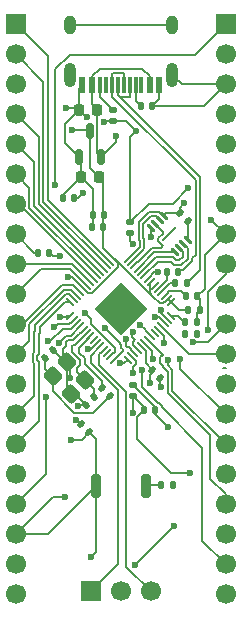
<source format=gbr>
%TF.GenerationSoftware,KiCad,Pcbnew,9.0.4*%
%TF.CreationDate,2025-10-30T00:52:22-04:00*%
%TF.ProjectId,DevBoard,44657642-6f61-4726-942e-6b696361645f,rev?*%
%TF.SameCoordinates,Original*%
%TF.FileFunction,Copper,L1,Top*%
%TF.FilePolarity,Positive*%
%FSLAX46Y46*%
G04 Gerber Fmt 4.6, Leading zero omitted, Abs format (unit mm)*
G04 Created by KiCad (PCBNEW 9.0.4) date 2025-10-30 00:52:22*
%MOMM*%
%LPD*%
G01*
G04 APERTURE LIST*
G04 Aperture macros list*
%AMRoundRect*
0 Rectangle with rounded corners*
0 $1 Rounding radius*
0 $2 $3 $4 $5 $6 $7 $8 $9 X,Y pos of 4 corners*
0 Add a 4 corners polygon primitive as box body*
4,1,4,$2,$3,$4,$5,$6,$7,$8,$9,$2,$3,0*
0 Add four circle primitives for the rounded corners*
1,1,$1+$1,$2,$3*
1,1,$1+$1,$4,$5*
1,1,$1+$1,$6,$7*
1,1,$1+$1,$8,$9*
0 Add four rect primitives between the rounded corners*
20,1,$1+$1,$2,$3,$4,$5,0*
20,1,$1+$1,$4,$5,$6,$7,0*
20,1,$1+$1,$6,$7,$8,$9,0*
20,1,$1+$1,$8,$9,$2,$3,0*%
%AMRotRect*
0 Rectangle, with rotation*
0 The origin of the aperture is its center*
0 $1 length*
0 $2 width*
0 $3 Rotation angle, in degrees counterclockwise*
0 Add horizontal line*
21,1,$1,$2,0,0,$3*%
G04 Aperture macros list end*
%TA.AperFunction,SMDPad,CuDef*%
%ADD10RoundRect,0.140000X0.140000X0.170000X-0.140000X0.170000X-0.140000X-0.170000X0.140000X-0.170000X0*%
%TD*%
%TA.AperFunction,SMDPad,CuDef*%
%ADD11RoundRect,0.140000X0.219203X0.021213X0.021213X0.219203X-0.219203X-0.021213X-0.021213X-0.219203X0*%
%TD*%
%TA.AperFunction,SMDPad,CuDef*%
%ADD12RoundRect,0.140000X-0.170000X0.140000X-0.170000X-0.140000X0.170000X-0.140000X0.170000X0.140000X0*%
%TD*%
%TA.AperFunction,SMDPad,CuDef*%
%ADD13R,0.600000X1.450000*%
%TD*%
%TA.AperFunction,SMDPad,CuDef*%
%ADD14R,0.300000X1.450000*%
%TD*%
%TA.AperFunction,HeatsinkPad*%
%ADD15O,1.000000X2.100000*%
%TD*%
%TA.AperFunction,HeatsinkPad*%
%ADD16O,1.000000X1.600000*%
%TD*%
%TA.AperFunction,SMDPad,CuDef*%
%ADD17RoundRect,0.140000X-0.140000X-0.170000X0.140000X-0.170000X0.140000X0.170000X-0.140000X0.170000X0*%
%TD*%
%TA.AperFunction,SMDPad,CuDef*%
%ADD18RoundRect,0.250000X-0.565685X0.070711X0.070711X-0.565685X0.565685X-0.070711X-0.070711X0.565685X0*%
%TD*%
%TA.AperFunction,SMDPad,CuDef*%
%ADD19RoundRect,0.150000X0.150000X-0.512500X0.150000X0.512500X-0.150000X0.512500X-0.150000X-0.512500X0*%
%TD*%
%TA.AperFunction,SMDPad,CuDef*%
%ADD20RoundRect,0.200000X-0.200000X-0.800000X0.200000X-0.800000X0.200000X0.800000X-0.200000X0.800000X0*%
%TD*%
%TA.AperFunction,SMDPad,CuDef*%
%ADD21RoundRect,0.140000X-0.219203X-0.021213X-0.021213X-0.219203X0.219203X0.021213X0.021213X0.219203X0*%
%TD*%
%TA.AperFunction,SMDPad,CuDef*%
%ADD22RoundRect,0.050000X-0.309359X0.238649X0.238649X-0.309359X0.309359X-0.238649X-0.238649X0.309359X0*%
%TD*%
%TA.AperFunction,SMDPad,CuDef*%
%ADD23RoundRect,0.050000X-0.309359X-0.238649X-0.238649X-0.309359X0.309359X0.238649X0.238649X0.309359X0*%
%TD*%
%TA.AperFunction,HeatsinkPad*%
%ADD24RotRect,3.200000X3.200000X315.000000*%
%TD*%
%TA.AperFunction,SMDPad,CuDef*%
%ADD25RoundRect,0.140000X0.170000X-0.140000X0.170000X0.140000X-0.170000X0.140000X-0.170000X-0.140000X0*%
%TD*%
%TA.AperFunction,SMDPad,CuDef*%
%ADD26RoundRect,0.225000X0.225000X0.250000X-0.225000X0.250000X-0.225000X-0.250000X0.225000X-0.250000X0*%
%TD*%
%TA.AperFunction,SMDPad,CuDef*%
%ADD27RoundRect,0.140000X0.021213X-0.219203X0.219203X-0.021213X-0.021213X0.219203X-0.219203X0.021213X0*%
%TD*%
%TA.AperFunction,ComponentPad*%
%ADD28R,1.700000X1.700000*%
%TD*%
%TA.AperFunction,ComponentPad*%
%ADD29C,1.700000*%
%TD*%
%TA.AperFunction,SMDPad,CuDef*%
%ADD30RoundRect,0.062500X-0.318198X0.229810X0.229810X-0.318198X0.318198X-0.229810X-0.229810X0.318198X0*%
%TD*%
%TA.AperFunction,HeatsinkPad*%
%ADD31RotRect,0.200000X1.600000X315.000000*%
%TD*%
%TA.AperFunction,SMDPad,CuDef*%
%ADD32RoundRect,0.140000X-0.021213X0.219203X-0.219203X0.021213X0.021213X-0.219203X0.219203X-0.021213X0*%
%TD*%
%TA.AperFunction,ViaPad*%
%ADD33C,0.600000*%
%TD*%
%TA.AperFunction,Conductor*%
%ADD34C,0.195000*%
%TD*%
%TA.AperFunction,Conductor*%
%ADD35C,0.190000*%
%TD*%
G04 APERTURE END LIST*
D10*
%TO.P,R3,1*%
%TO.N,D+*%
X104870000Y-96850000D03*
%TO.P,R3,2*%
%TO.N,Net-(U1-USB_DP)*%
X103910000Y-96850000D03*
%TD*%
D11*
%TO.P,R6,1*%
%TO.N,+3V3*%
X105669411Y-92549411D03*
%TO.P,R6,2*%
%TO.N,QSPI_SS*%
X104990589Y-91870589D03*
%TD*%
D12*
%TO.P,R2,1*%
%TO.N,Net-(J1-CC2)*%
X99330000Y-83130000D03*
%TO.P,R2,2*%
%TO.N,GND*%
X99330000Y-84090000D03*
%TD*%
D13*
%TO.P,J1,A1,GND*%
%TO.N,GND*%
X103250000Y-81045000D03*
%TO.P,J1,A4,VBUS*%
%TO.N,VBUS*%
X102450000Y-81045000D03*
D14*
%TO.P,J1,A5,CC1*%
%TO.N,Net-(J1-CC1)*%
X101250000Y-81045000D03*
%TO.P,J1,A6,D+*%
%TO.N,D+*%
X100250000Y-81045000D03*
%TO.P,J1,A7,D-*%
%TO.N,D-*%
X99750000Y-81045000D03*
%TO.P,J1,A8*%
%TO.N,N/C*%
X98750000Y-81045000D03*
D13*
%TO.P,J1,A9,VBUS*%
%TO.N,VBUS*%
X97550000Y-81045000D03*
%TO.P,J1,A12,GND*%
%TO.N,GND*%
X96750000Y-81045000D03*
%TO.P,J1,B1,GND*%
X96750000Y-81045000D03*
%TO.P,J1,B4,VBUS*%
%TO.N,VBUS*%
X97550000Y-81045000D03*
D14*
%TO.P,J1,B5,CC2*%
%TO.N,Net-(J1-CC2)*%
X98250000Y-81045000D03*
%TO.P,J1,B6,D+*%
%TO.N,D+*%
X99250000Y-81045000D03*
%TO.P,J1,B7,D-*%
%TO.N,D-*%
X100750000Y-81045000D03*
%TO.P,J1,B8*%
%TO.N,N/C*%
X101750000Y-81045000D03*
D13*
%TO.P,J1,B9,VBUS*%
%TO.N,VBUS*%
X102450000Y-81045000D03*
%TO.P,J1,B12,GND*%
%TO.N,GND*%
X103250000Y-81045000D03*
D15*
%TO.P,J1,S1,SHIELD*%
X104320000Y-80130000D03*
D16*
X104320000Y-75950000D03*
D15*
X95680000Y-80130000D03*
D16*
X95680000Y-75950000D03*
%TD*%
D17*
%TO.P,R1,1*%
%TO.N,Net-(J1-CC1)*%
X101680000Y-82810000D03*
%TO.P,R1,2*%
%TO.N,GND*%
X102640000Y-82810000D03*
%TD*%
D18*
%TO.P,Y1,1,1*%
%TO.N,Net-(C16-Pad2)*%
X94224365Y-105664365D03*
%TO.P,Y1,2,2*%
%TO.N,GND*%
X95780000Y-107220000D03*
%TO.P,Y1,3,3*%
%TO.N,XIN*%
X96982081Y-106017919D03*
%TO.P,Y1,4,4*%
%TO.N,GND*%
X95426446Y-104462284D03*
%TD*%
D17*
%TO.P,C11,1*%
%TO.N,+1V1*%
X105530000Y-98890000D03*
%TO.P,C11,2*%
%TO.N,GND*%
X106490000Y-98890000D03*
%TD*%
D10*
%TO.P,C3,1*%
%TO.N,+3V3*%
X96040000Y-90600000D03*
%TO.P,C3,2*%
%TO.N,GND*%
X95080000Y-90600000D03*
%TD*%
%TO.P,R4,1*%
%TO.N,D-*%
X105580000Y-97800000D03*
%TO.P,R4,2*%
%TO.N,Net-(U1-USB_DM)*%
X104620000Y-97800000D03*
%TD*%
%TO.P,C1,1*%
%TO.N,+3V3*%
X98580000Y-92060000D03*
%TO.P,C1,2*%
%TO.N,GND*%
X97620000Y-92060000D03*
%TD*%
D17*
%TO.P,C8,1*%
%TO.N,+3V3*%
X101960000Y-108560000D03*
%TO.P,C8,2*%
%TO.N,GND*%
X102920000Y-108560000D03*
%TD*%
D19*
%TO.P,U2,1,GND*%
%TO.N,GND*%
X96450000Y-87147500D03*
%TO.P,U2,2,VI*%
%TO.N,VBUS*%
X98350000Y-87147500D03*
%TO.P,U2,3,VO*%
%TO.N,+3V3*%
X97400000Y-84872500D03*
%TD*%
D20*
%TO.P,SW1,1,1*%
%TO.N,GND*%
X97900000Y-115000000D03*
%TO.P,SW1,2,2*%
%TO.N,Net-(R7-Pad1)*%
X102100000Y-115000000D03*
%TD*%
D21*
%TO.P,C6,1*%
%TO.N,+3V3*%
X102660589Y-105110589D03*
%TO.P,C6,2*%
%TO.N,GND*%
X103339411Y-105789411D03*
%TD*%
D22*
%TO.P,U1,1,IOVDD*%
%TO.N,+3V3*%
X99407798Y-95730843D03*
%TO.P,U1,2,GPIO0*%
%TO.N,GPIO0*%
X99124955Y-96013686D03*
%TO.P,U1,3,GPIO1*%
%TO.N,GPIO1*%
X98842113Y-96296528D03*
%TO.P,U1,4,GPIO2*%
%TO.N,GPIO2*%
X98559270Y-96579371D03*
%TO.P,U1,5,GPIO3*%
%TO.N,GPIO3*%
X98276427Y-96862214D03*
%TO.P,U1,6,GPIO4*%
%TO.N,GPIO4*%
X97993585Y-97145056D03*
%TO.P,U1,7,GPIO5*%
%TO.N,GPIO5*%
X97710742Y-97427899D03*
%TO.P,U1,8,GPIO6*%
%TO.N,GPIO6*%
X97427899Y-97710742D03*
%TO.P,U1,9,GPIO7*%
%TO.N,GPIO7*%
X97145056Y-97993585D03*
%TO.P,U1,10,IOVDD*%
%TO.N,+3V3*%
X96862214Y-98276427D03*
%TO.P,U1,11,GPIO8*%
%TO.N,GPIO8*%
X96579371Y-98559270D03*
%TO.P,U1,12,GPIO9*%
%TO.N,GPIO9*%
X96296528Y-98842113D03*
%TO.P,U1,13,GPIO10*%
%TO.N,GPIO10*%
X96013686Y-99124955D03*
%TO.P,U1,14,GPIO11*%
%TO.N,GPIO11*%
X95730843Y-99407798D03*
D23*
%TO.P,U1,15,GPIO12*%
%TO.N,GPIO12*%
X95730843Y-100592202D03*
%TO.P,U1,16,GPIO13*%
%TO.N,GPIO13*%
X96013686Y-100875045D03*
%TO.P,U1,17,GPIO14*%
%TO.N,GPIO14*%
X96296528Y-101157887D03*
%TO.P,U1,18,GPIO15*%
%TO.N,GPIO15*%
X96579371Y-101440730D03*
%TO.P,U1,19,TESTEN*%
%TO.N,GND*%
X96862214Y-101723573D03*
%TO.P,U1,20,XIN*%
%TO.N,XIN*%
X97145056Y-102006415D03*
%TO.P,U1,21,XOUT*%
%TO.N,XOUT*%
X97427899Y-102289258D03*
%TO.P,U1,22,IOVDD*%
%TO.N,+3V3*%
X97710742Y-102572101D03*
%TO.P,U1,23,DVDD*%
%TO.N,+1V1*%
X97993585Y-102854944D03*
%TO.P,U1,24,SWCLK*%
%TO.N,SWCLK*%
X98276427Y-103137786D03*
%TO.P,U1,25,SWD*%
%TO.N,SWD*%
X98559270Y-103420629D03*
%TO.P,U1,26,RUN*%
%TO.N,unconnected-(U1-RUN-Pad26)*%
X98842113Y-103703472D03*
%TO.P,U1,27,GPIO16*%
%TO.N,GPIO16*%
X99124955Y-103986314D03*
%TO.P,U1,28,GPIO17*%
%TO.N,GPIO17*%
X99407798Y-104269157D03*
D22*
%TO.P,U1,29,GPIO18*%
%TO.N,GPIO18*%
X100592202Y-104269157D03*
%TO.P,U1,30,GPIO19*%
%TO.N,GPIO19*%
X100875045Y-103986314D03*
%TO.P,U1,31,GPIO20*%
%TO.N,GPIO20*%
X101157887Y-103703472D03*
%TO.P,U1,32,GPIO21*%
%TO.N,GPIO21*%
X101440730Y-103420629D03*
%TO.P,U1,33,IOVDD*%
%TO.N,+3V3*%
X101723573Y-103137786D03*
%TO.P,U1,34,GPIO22*%
%TO.N,GPIO22*%
X102006415Y-102854944D03*
%TO.P,U1,35,GPIO23*%
%TO.N,GPIO23*%
X102289258Y-102572101D03*
%TO.P,U1,36,GPIO24*%
%TO.N,GPIO24*%
X102572101Y-102289258D03*
%TO.P,U1,37,GPIO25*%
%TO.N,unconnected-(U1-GPIO25-Pad37)*%
X102854944Y-102006415D03*
%TO.P,U1,38,GPIO26_ADC0*%
%TO.N,GPIO26_ADC0*%
X103137786Y-101723573D03*
%TO.P,U1,39,GPIO27_ADC1*%
%TO.N,GPIO27_ADC1*%
X103420629Y-101440730D03*
%TO.P,U1,40,GPIO28_ADC2*%
%TO.N,GPIO28_ADC2*%
X103703472Y-101157887D03*
%TO.P,U1,41,GPIO29_ADC3*%
%TO.N,GPIO29_ADC3*%
X103986314Y-100875045D03*
%TO.P,U1,42,IOVDD*%
%TO.N,+3V3*%
X104269157Y-100592202D03*
D23*
%TO.P,U1,43,ADC_AVDD*%
X104269157Y-99407798D03*
%TO.P,U1,44,VREG_IN*%
X103986314Y-99124955D03*
%TO.P,U1,45,VREG_VOUT*%
%TO.N,+1V1*%
X103703472Y-98842113D03*
%TO.P,U1,46,USB_DM*%
%TO.N,Net-(U1-USB_DM)*%
X103420629Y-98559270D03*
%TO.P,U1,47,USB_DP*%
%TO.N,Net-(U1-USB_DP)*%
X103137786Y-98276427D03*
%TO.P,U1,48,USB_VDD*%
%TO.N,+3V3*%
X102854944Y-97993585D03*
%TO.P,U1,49,IOVDD*%
X102572101Y-97710742D03*
%TO.P,U1,50,DVDD*%
%TO.N,+1V1*%
X102289258Y-97427899D03*
%TO.P,U1,51,QSPI_SD3*%
%TO.N,QSPI_SD3*%
X102006415Y-97145056D03*
%TO.P,U1,52,QSPI_SCLK*%
%TO.N,QSPI_SCLK*%
X101723573Y-96862214D03*
%TO.P,U1,53,QSPI_SD0*%
%TO.N,QSPI_SDO*%
X101440730Y-96579371D03*
%TO.P,U1,54,QSPI_SD2*%
%TO.N,QSPI_SD2*%
X101157887Y-96296528D03*
%TO.P,U1,55,QSPI_SD1*%
%TO.N,QSPI_SD1*%
X100875045Y-96013686D03*
%TO.P,U1,56,QSPI_SS*%
%TO.N,QSPI_SS*%
X100592202Y-95730843D03*
D24*
%TO.P,U1,57,GND*%
%TO.N,GND*%
X100000000Y-100000000D03*
%TD*%
D25*
%TO.P,C17,1*%
%TO.N,+3V3*%
X101060000Y-107380000D03*
%TO.P,C17,2*%
%TO.N,GND*%
X101060000Y-106420000D03*
%TD*%
D26*
%TO.P,C13,1*%
%TO.N,VBUS*%
X98000000Y-83100000D03*
%TO.P,C13,2*%
%TO.N,GND*%
X96450000Y-83100000D03*
%TD*%
D27*
%TO.P,C15,1*%
%TO.N,GND*%
X97063812Y-108120553D03*
%TO.P,C15,2*%
%TO.N,XIN*%
X97742634Y-107441731D03*
%TD*%
D17*
%TO.P,C4,1*%
%TO.N,+3V3*%
X105470000Y-102090000D03*
%TO.P,C4,2*%
%TO.N,GND*%
X106430000Y-102090000D03*
%TD*%
D28*
%TO.P,J4,1,Pin_1*%
%TO.N,SWCLK*%
X97460000Y-123890000D03*
D29*
%TO.P,J4,2,Pin_2*%
%TO.N,GND*%
X100000000Y-123890000D03*
%TO.P,J4,3,Pin_3*%
%TO.N,SWD*%
X102540000Y-123890000D03*
%TD*%
D17*
%TO.P,C7,1*%
%TO.N,+3V3*%
X105730000Y-100060000D03*
%TO.P,C7,2*%
%TO.N,GND*%
X106690000Y-100060000D03*
%TD*%
D30*
%TO.P,U3,1,~{CS}*%
%TO.N,QSPI_SS*%
X103632703Y-92101970D03*
%TO.P,U3,2,DO/IO_{1}*%
%TO.N,QSPI_SD1*%
X103279150Y-92455523D03*
%TO.P,U3,3,~{WP}/IO_{2}*%
%TO.N,QSPI_SD2*%
X102925596Y-92809077D03*
%TO.P,U3,4,GND*%
%TO.N,GND*%
X102572043Y-93162630D03*
%TO.P,U3,5,DI/IO_{0}*%
%TO.N,QSPI_SDO*%
X104587297Y-95177884D03*
%TO.P,U3,6,CLK*%
%TO.N,QSPI_SCLK*%
X104940850Y-94824331D03*
%TO.P,U3,7,~{HOLD}/~{RESET}/IO_{3}*%
%TO.N,QSPI_SD3*%
X105294404Y-94470777D03*
%TO.P,U3,8,VCC*%
%TO.N,+3V3*%
X105647957Y-94117224D03*
D31*
%TO.P,U3,9*%
%TO.N,N/C*%
X104110000Y-93639927D03*
%TD*%
D10*
%TO.P,C2,1*%
%TO.N,+3V3*%
X98520000Y-93040000D03*
%TO.P,C2,2*%
%TO.N,GND*%
X97560000Y-93040000D03*
%TD*%
D25*
%TO.P,C12,1*%
%TO.N,+1V1*%
X100820000Y-93570000D03*
%TO.P,C12,2*%
%TO.N,GND*%
X100820000Y-92610000D03*
%TD*%
D17*
%TO.P,R7,1*%
%TO.N,Net-(R7-Pad1)*%
X103420000Y-114920000D03*
%TO.P,R7,2*%
%TO.N,QSPI_SS*%
X104380000Y-114920000D03*
%TD*%
D21*
%TO.P,C10,1*%
%TO.N,+1V1*%
X96650589Y-109750589D03*
%TO.P,C10,2*%
%TO.N,GND*%
X97329411Y-110429411D03*
%TD*%
D11*
%TO.P,R5,1*%
%TO.N,Net-(C16-Pad2)*%
X99082634Y-107380553D03*
%TO.P,R5,2*%
%TO.N,XOUT*%
X98403812Y-106701731D03*
%TD*%
D32*
%TO.P,C16,1*%
%TO.N,GND*%
X94269411Y-103470589D03*
%TO.P,C16,2*%
%TO.N,Net-(C16-Pad2)*%
X93590589Y-104149411D03*
%TD*%
D26*
%TO.P,C14,1*%
%TO.N,+3V3*%
X98185000Y-88800000D03*
%TO.P,C14,2*%
%TO.N,GND*%
X96635000Y-88800000D03*
%TD*%
D10*
%TO.P,C5,1*%
%TO.N,+3V3*%
X93940000Y-95230000D03*
%TO.P,C5,2*%
%TO.N,GND*%
X92980000Y-95230000D03*
%TD*%
D17*
%TO.P,C9,1*%
%TO.N,+3V3*%
X105460000Y-101070000D03*
%TO.P,C9,2*%
%TO.N,GND*%
X106420000Y-101070000D03*
%TD*%
D28*
%TO.P,J2,1,Pin_1*%
%TO.N,GPIO0*%
X91110000Y-75870000D03*
D29*
%TO.P,J2,2,Pin_2*%
%TO.N,GPIO1*%
X91110000Y-78410000D03*
%TO.P,J2,3,Pin_3*%
%TO.N,GND*%
X91110000Y-80950000D03*
%TO.P,J2,4,Pin_4*%
%TO.N,GPIO2*%
X91110000Y-83490000D03*
%TO.P,J2,5,Pin_5*%
%TO.N,GPIO3*%
X91110000Y-86030000D03*
%TO.P,J2,6,Pin_6*%
%TO.N,GPIO4*%
X91110000Y-88570000D03*
%TO.P,J2,7,Pin_7*%
%TO.N,GPIO5*%
X91110000Y-91110000D03*
%TO.P,J2,8,Pin_8*%
%TO.N,GND*%
X91110000Y-93650000D03*
%TO.P,J2,9,Pin_9*%
%TO.N,GPIO6*%
X91110000Y-96190000D03*
%TO.P,J2,10,Pin_10*%
%TO.N,GPIO7*%
X91110000Y-98730000D03*
%TO.P,J2,11,Pin_11*%
%TO.N,GPIO8*%
X91110000Y-101270000D03*
%TO.P,J2,12,Pin_12*%
%TO.N,GPIO9*%
X91110000Y-103810000D03*
%TO.P,J2,13,Pin_13*%
%TO.N,GND*%
X91110000Y-106350000D03*
%TO.P,J2,14,Pin_14*%
%TO.N,GPIO10*%
X91110000Y-108890000D03*
%TO.P,J2,15,Pin_15*%
%TO.N,GPIO11*%
X91110000Y-111430000D03*
%TO.P,J2,16,Pin_16*%
%TO.N,GPIO12*%
X91110000Y-113970000D03*
%TO.P,J2,17,Pin_17*%
%TO.N,GPIO13*%
X91110000Y-116510000D03*
%TO.P,J2,18,Pin_18*%
%TO.N,GND*%
X91110000Y-119050000D03*
%TO.P,J2,19,Pin_19*%
%TO.N,GPIO14*%
X91110000Y-121590000D03*
%TO.P,J2,20,Pin_20*%
%TO.N,GPIO15*%
X91110000Y-124130000D03*
%TD*%
D28*
%TO.P,J3,1,Pin_1*%
%TO.N,GPIO16*%
X108890000Y-75870000D03*
D29*
%TO.P,J3,2,Pin_2*%
%TO.N,GPIO17*%
X108890000Y-78410000D03*
%TO.P,J3,3,Pin_3*%
%TO.N,GND*%
X108890000Y-80950000D03*
%TO.P,J3,4,Pin_4*%
%TO.N,GPIO18*%
X108890000Y-83490000D03*
%TO.P,J3,5,Pin_5*%
%TO.N,GPIO19*%
X108890000Y-86030000D03*
%TO.P,J3,6,Pin_6*%
%TO.N,GPIO20*%
X108890000Y-88570000D03*
%TO.P,J3,7,Pin_7*%
%TO.N,GPIO21*%
X108890000Y-91110000D03*
%TO.P,J3,8,Pin_8*%
%TO.N,GND*%
X108890000Y-93650000D03*
%TO.P,J3,9,Pin_9*%
%TO.N,GPIO22*%
X108890000Y-96190000D03*
%TO.P,J3,10,Pin_10*%
%TO.N,RUN*%
X108890000Y-98730000D03*
%TO.P,J3,11,Pin_11*%
%TO.N,GPIO26_ADC0*%
X108890000Y-101270000D03*
%TO.P,J3,12,Pin_12*%
%TO.N,GPIO27_ADC1*%
X108890000Y-103810000D03*
%TO.P,J3,13,Pin_13*%
%TO.N,GND*%
X108890000Y-106350000D03*
%TO.P,J3,14,Pin_14*%
%TO.N,GPIO28_ADC2*%
X108890000Y-108890000D03*
%TO.P,J3,15,Pin_15*%
%TO.N,GPIO29_ADC3*%
X108890000Y-111430000D03*
%TO.P,J3,16,Pin_16*%
%TO.N,+3V3*%
X108890000Y-113970000D03*
%TO.P,J3,17,Pin_17*%
%TO.N,GPIO23*%
X108890000Y-116510000D03*
%TO.P,J3,18,Pin_18*%
%TO.N,GND*%
X108890000Y-119050000D03*
%TO.P,J3,19,Pin_19*%
%TO.N,GPIO24*%
X108890000Y-121590000D03*
%TO.P,J3,20,Pin_20*%
%TO.N,VBUS*%
X108890000Y-124130000D03*
%TD*%
D33*
%TO.N,GND*%
X97440000Y-121000000D03*
X95350000Y-83000000D03*
X107640000Y-92420000D03*
X104480000Y-118360000D03*
X95810000Y-111080000D03*
X103375001Y-106620008D03*
X98597500Y-84150000D03*
X95282000Y-115930000D03*
X96392161Y-108183500D03*
X102581172Y-93928167D03*
X101166997Y-121672003D03*
X97148641Y-83717555D03*
X101319003Y-84930997D03*
X105689293Y-89769294D03*
X104030000Y-110010000D03*
X95671034Y-105850020D03*
%TO.N,+3V3*%
X94850000Y-95510000D03*
X105840000Y-113900000D03*
X102480000Y-106260000D03*
X95870000Y-84860000D03*
X95500000Y-97270000D03*
X101049000Y-108800000D03*
X96780000Y-90170000D03*
%TO.N,+1V1*%
X101010000Y-94450000D03*
X96173995Y-109378500D03*
X103130002Y-96866463D03*
X97197918Y-103366353D03*
%TO.N,VBUS*%
X99620000Y-85300000D03*
%TO.N,GPIO14*%
X93817500Y-102730000D03*
%TO.N,GPIO15*%
X94779278Y-102825703D03*
%TO.N,GPIO13*%
X93690000Y-107470000D03*
X94377497Y-101537497D03*
%TO.N,GPIO12*%
X94870000Y-100650000D03*
%TO.N,GPIO29_ADC3*%
X103957503Y-104322497D03*
X103412919Y-100107500D03*
%TO.N,GPIO28_ADC2*%
X105041089Y-104239960D03*
X102859779Y-100685458D03*
%TO.N,GPIO19*%
X101030000Y-105430000D03*
%TO.N,GPIO24*%
X101774735Y-105137812D03*
X101663780Y-101306069D03*
%TO.N,GPIO20*%
X100409213Y-102560636D03*
%TO.N,GPIO22*%
X102690000Y-104202945D03*
X107390000Y-101760000D03*
%TO.N,GPIO16*%
X96930000Y-100290000D03*
X94440000Y-89450000D03*
%TO.N,GPIO18*%
X99959299Y-104566186D03*
%TO.N,GPIO26_ADC0*%
X103670497Y-102869503D03*
X106120000Y-102790000D03*
%TO.N,GPIO21*%
X101002501Y-101967348D03*
%TO.N,GPIO17*%
X98633502Y-101603351D03*
%TO.N,QSPI_SS*%
X105370000Y-91020000D03*
%TD*%
D34*
%TO.N,*%
X108650000Y-105020000D02*
X108711500Y-104958500D01*
X108711500Y-104958500D02*
X108890000Y-104958500D01*
%TO.N,GND*%
X95671034Y-104706872D02*
X95426446Y-104462284D01*
X102640000Y-82810000D02*
X107030000Y-82810000D01*
X95939588Y-102640541D02*
X95524468Y-102640541D01*
X107120380Y-98259620D02*
X107120380Y-95419620D01*
X95377778Y-103073610D02*
X95090000Y-103361388D01*
X99330000Y-84090000D02*
X98657500Y-84090000D01*
X92980000Y-95230000D02*
X92690000Y-95230000D01*
X95090000Y-103864568D02*
X95687716Y-104462284D01*
X104480000Y-118360000D02*
X101167997Y-121672003D01*
X95377778Y-102787231D02*
X95377778Y-103073610D01*
X96635000Y-87332500D02*
X96450000Y-87147500D01*
X96635000Y-88800000D02*
X96635000Y-87332500D01*
X95350000Y-83000000D02*
X96350000Y-83000000D01*
X102640000Y-82810000D02*
X103250000Y-82200000D01*
X97063812Y-108120553D02*
X96455108Y-108120553D01*
X96635000Y-88800000D02*
X95080000Y-90355000D01*
X106490000Y-98950000D02*
X106610000Y-99070000D01*
X95524468Y-102640541D02*
X95377778Y-102787231D01*
X108890000Y-119090000D02*
X108950000Y-119150000D01*
X97900000Y-115000000D02*
X93850000Y-119050000D01*
X95426446Y-104462284D02*
X95261106Y-104462284D01*
X104320000Y-75950000D02*
X95680000Y-75950000D01*
X102572043Y-93919038D02*
X102581172Y-93928167D01*
X100478006Y-84090000D02*
X101319003Y-84930997D01*
X107660000Y-92420000D02*
X108890000Y-93650000D01*
X97900000Y-111000000D02*
X97329411Y-110429411D01*
X97620000Y-89785000D02*
X96635000Y-88800000D01*
X95090000Y-103361388D02*
X95090000Y-103864568D01*
X98657500Y-84090000D02*
X98597500Y-84150000D01*
X97620000Y-92980000D02*
X97560000Y-93040000D01*
X97900000Y-115000000D02*
X97900000Y-120540000D01*
X96478441Y-102101688D02*
X95939588Y-102640541D01*
X101060000Y-106420000D02*
X102920000Y-108280000D01*
X99330000Y-84090000D02*
X100478006Y-84090000D01*
X103339411Y-106584418D02*
X103375001Y-106620008D01*
X97148641Y-83717555D02*
X97067555Y-83717555D01*
X97900000Y-115000000D02*
X97900000Y-111000000D01*
X96450000Y-81345000D02*
X96750000Y-81045000D01*
X96486217Y-102101688D02*
X96478441Y-102101688D01*
X96862214Y-101725691D02*
X96486217Y-102101688D01*
X95271500Y-84278500D02*
X96450000Y-83100000D01*
X95426446Y-106766446D02*
X95426446Y-104462284D01*
X97900000Y-120540000D02*
X97440000Y-121000000D01*
X105140000Y-80950000D02*
X104320000Y-80130000D01*
X95282000Y-115930000D02*
X94230000Y-115930000D01*
X95780000Y-107220000D02*
X95780000Y-107120000D01*
X92690000Y-95230000D02*
X91110000Y-93650000D01*
X102920000Y-108560000D02*
X102920000Y-108900000D01*
X106420000Y-100330000D02*
X106690000Y-100060000D01*
X96450000Y-87147500D02*
X95271500Y-85969000D01*
X106690000Y-100060000D02*
X106690000Y-99090000D01*
X106490000Y-98890000D02*
X107120380Y-98259620D01*
X94230000Y-115930000D02*
X91110000Y-119050000D01*
X97067555Y-83717555D02*
X96450000Y-83100000D01*
X107120380Y-95419620D02*
X108890000Y-93650000D01*
X97620000Y-92060000D02*
X97620000Y-92980000D01*
X107640000Y-92420000D02*
X107660000Y-92420000D01*
X95261106Y-104462284D02*
X94269411Y-103470589D01*
X93850000Y-119050000D02*
X91110000Y-119050000D01*
X105689293Y-89769294D02*
X104378587Y-91080000D01*
X96163259Y-107220000D02*
X97063812Y-108120553D01*
X96862214Y-101723573D02*
X96862214Y-101725691D01*
X96455108Y-108120553D02*
X96392161Y-108183500D01*
X106490000Y-98890000D02*
X106490000Y-98950000D01*
X95810000Y-111080000D02*
X96678822Y-111080000D01*
X107030000Y-82810000D02*
X108890000Y-80950000D01*
X108890000Y-80950000D02*
X105140000Y-80950000D01*
X102920000Y-108280000D02*
X102920000Y-108560000D01*
X95780000Y-107120000D02*
X95426446Y-106766446D01*
X103250000Y-82200000D02*
X103250000Y-81045000D01*
X102920000Y-108900000D02*
X104030000Y-110010000D01*
X101167997Y-121672003D02*
X101166997Y-121672003D01*
X95271500Y-85969000D02*
X95271500Y-84278500D01*
X95780000Y-107220000D02*
X96163259Y-107220000D01*
X95687716Y-104462284D02*
X95426446Y-104462284D01*
X96350000Y-83000000D02*
X96450000Y-83100000D01*
X97620000Y-92060000D02*
X97620000Y-89785000D01*
X108890000Y-119050000D02*
X108890000Y-119090000D01*
X100820000Y-92610000D02*
X100820000Y-85430000D01*
X106690000Y-99090000D02*
X106490000Y-98890000D01*
X106420000Y-101070000D02*
X106420000Y-100330000D01*
X102572043Y-93162630D02*
X102572043Y-93919038D01*
X103339411Y-105789411D02*
X103339411Y-106584418D01*
X96678822Y-111080000D02*
X97329411Y-110429411D01*
X95080000Y-90355000D02*
X95080000Y-90600000D01*
X100820000Y-85430000D02*
X101319003Y-84930997D01*
X95671034Y-105850020D02*
X95671034Y-104706872D01*
X102350000Y-91080000D02*
X100820000Y-92610000D01*
X96450000Y-83100000D02*
X96450000Y-81345000D01*
X104378587Y-91080000D02*
X102350000Y-91080000D01*
%TO.N,+3V3*%
X96350000Y-90600000D02*
X96780000Y-90170000D01*
X96862214Y-98276427D02*
X95855787Y-97270000D01*
X101960000Y-108280000D02*
X101060000Y-107380000D01*
X99783794Y-96395709D02*
X99783794Y-96106839D01*
X96040000Y-90600000D02*
X96350000Y-90600000D01*
X99551341Y-95730843D02*
X99407798Y-95730843D01*
X102480000Y-105580000D02*
X102480000Y-106260000D01*
X101049000Y-108800000D02*
X101049000Y-107391000D01*
X104872202Y-100592202D02*
X104269157Y-100592202D01*
X101391500Y-111005512D02*
X104285988Y-113900000D01*
X102099569Y-103513782D02*
X101723573Y-103137786D01*
X98185000Y-88800000D02*
X97400000Y-88015000D01*
X102478947Y-97803896D02*
X102478947Y-98550000D01*
X104241359Y-99380000D02*
X103986314Y-99124955D01*
X102478947Y-98658450D02*
X102478947Y-98550000D01*
X98520000Y-94843045D02*
X99407798Y-95730843D01*
X94220000Y-95510000D02*
X93940000Y-95230000D01*
X103986314Y-99124955D02*
X103601269Y-99510000D01*
X101391500Y-109128500D02*
X101391500Y-111005512D01*
X95870000Y-84860000D02*
X97387500Y-84860000D01*
X101960000Y-108560000D02*
X101960000Y-108280000D01*
X102572101Y-97710742D02*
X102478947Y-97803896D01*
X105220000Y-100940000D02*
X104872202Y-100592202D01*
X99783794Y-96106839D02*
X99407798Y-95730843D01*
X96862214Y-98276427D02*
X97238211Y-98652424D01*
X98520000Y-89135000D02*
X98520000Y-94843045D01*
X105460000Y-101070000D02*
X105330000Y-100940000D01*
X102750000Y-105310000D02*
X102480000Y-105580000D01*
X97527079Y-98652424D02*
X99783794Y-96395709D01*
X102099569Y-103802652D02*
X102099569Y-103513782D01*
X97387500Y-84860000D02*
X97400000Y-84872500D01*
X105647957Y-92570865D02*
X105669411Y-92549411D01*
X104921359Y-100060000D02*
X104269157Y-99407798D01*
X102091500Y-103810721D02*
X102099569Y-103802652D01*
X101049000Y-107391000D02*
X101060000Y-107380000D01*
X102660589Y-105110589D02*
X102750000Y-105200000D01*
X102091500Y-104541500D02*
X102091500Y-103810721D01*
X102478947Y-98369582D02*
X102854944Y-97993585D01*
X102478947Y-98550000D02*
X102478947Y-98369582D01*
X95855787Y-97270000D02*
X95500000Y-97270000D01*
X102765249Y-98944751D02*
X99551341Y-95730843D01*
X98580000Y-94903045D02*
X99407798Y-95730843D01*
X98706955Y-95030000D02*
X99407798Y-95730843D01*
X104285988Y-113900000D02*
X105840000Y-113900000D01*
X98185000Y-88800000D02*
X98520000Y-89135000D01*
X102660589Y-105110589D02*
X102091500Y-104541500D01*
X102750000Y-105200000D02*
X102750000Y-105310000D01*
X103601269Y-99510000D02*
X103330497Y-99510000D01*
X97238211Y-98652424D02*
X97527079Y-98652424D01*
X105647957Y-94117224D02*
X105647957Y-92570865D01*
X105730000Y-100060000D02*
X104921359Y-100060000D01*
X103330497Y-99510000D02*
X102765249Y-98944751D01*
X101960000Y-108560000D02*
X101391500Y-109128500D01*
X94850000Y-95510000D02*
X94220000Y-95510000D01*
X102765249Y-98944751D02*
X102478947Y-98658450D01*
X97400000Y-88015000D02*
X97400000Y-84872500D01*
X105330000Y-100940000D02*
X105220000Y-100940000D01*
%TO.N,+1V1*%
X100820000Y-94260000D02*
X101010000Y-94450000D01*
X96173995Y-109378500D02*
X96278500Y-109378500D01*
X97197918Y-103366353D02*
X97482176Y-103366353D01*
X102850694Y-96866463D02*
X102289258Y-97427899D01*
X96278500Y-109378500D02*
X96650589Y-109750589D01*
X104079469Y-98466116D02*
X103703472Y-98842113D01*
X105530000Y-98890000D02*
X105106116Y-98466116D01*
X100820000Y-93570000D02*
X100820000Y-94260000D01*
X97482176Y-103366353D02*
X97993585Y-102854944D01*
X105106116Y-98466116D02*
X104079469Y-98466116D01*
X103130002Y-96866463D02*
X102850694Y-96866463D01*
%TO.N,VBUS*%
X101802500Y-79625500D02*
X98197500Y-79625500D01*
X98197500Y-79625500D02*
X97550000Y-80273000D01*
X98350000Y-87147500D02*
X98350000Y-87140000D01*
X102450000Y-81045000D02*
X102450000Y-80273000D01*
X99620000Y-85300000D02*
X99620000Y-85877500D01*
X98000000Y-86790000D02*
X98000000Y-83100000D01*
X97550000Y-81045000D02*
X97550000Y-82650000D01*
X97550000Y-80273000D02*
X97550000Y-81045000D01*
X102450000Y-80273000D02*
X101802500Y-79625500D01*
X99620000Y-85877500D02*
X98350000Y-87147500D01*
X98350000Y-87140000D02*
X98000000Y-86790000D01*
X97550000Y-82650000D02*
X98000000Y-83100000D01*
%TO.N,XIN*%
X97742634Y-107441731D02*
X97742634Y-106778472D01*
X96545529Y-104310695D02*
X96545529Y-104755295D01*
X95880000Y-103645166D02*
X96545529Y-104310695D01*
X95993459Y-103036541D02*
X95880000Y-103150000D01*
X97145056Y-102006415D02*
X96740000Y-102411471D01*
X96300000Y-105335838D02*
X96982081Y-106017919D01*
X96554500Y-102604748D02*
X96535409Y-102604748D01*
X95880000Y-103150000D02*
X95880000Y-103645166D01*
X96545529Y-104755295D02*
X96300000Y-105000824D01*
X96535409Y-102604748D02*
X96103616Y-103036541D01*
X96740000Y-102411471D02*
X96740000Y-102419248D01*
X96300000Y-105000824D02*
X96300000Y-105335838D01*
X97742634Y-106778472D02*
X96982081Y-106017919D01*
X96103616Y-103036541D02*
X95993459Y-103036541D01*
X96740000Y-102419248D02*
X96554500Y-102604748D01*
%TO.N,Net-(C16-Pad2)*%
X93590589Y-105030589D02*
X94224365Y-105664365D01*
X97682187Y-108781000D02*
X96070328Y-108781000D01*
X94224365Y-106935037D02*
X94224365Y-105664365D01*
X96070328Y-108781000D02*
X94224365Y-106935037D01*
X99082634Y-107380553D02*
X97682187Y-108781000D01*
X93590589Y-104149411D02*
X93590589Y-105030589D01*
%TO.N,D+*%
X106328380Y-95391620D02*
X106328380Y-92510626D01*
X99301500Y-80021500D02*
X100198500Y-80021500D01*
X106059720Y-95660280D02*
X106328380Y-95391620D01*
X99250000Y-81045000D02*
X99250000Y-80073000D01*
X104880000Y-96840000D02*
X105069693Y-96650307D01*
X100250000Y-80073000D02*
X100250000Y-81045000D01*
X106059721Y-95884057D02*
X106059720Y-95660280D01*
X105069693Y-96650307D02*
X105293472Y-96650307D01*
X106328380Y-92394149D02*
X106328380Y-89095380D01*
X104880000Y-96970000D02*
X104880000Y-96840000D01*
X105293472Y-96650307D02*
X106059721Y-95884057D01*
X106328380Y-89095380D02*
X99250000Y-82017000D01*
X106328380Y-92510626D02*
X106328380Y-92394149D01*
X99250000Y-80073000D02*
X99301500Y-80021500D01*
X100198500Y-80021500D02*
X100250000Y-80073000D01*
X99250000Y-82017000D02*
X99250000Y-81045000D01*
%TO.N,Net-(J1-CC1)*%
X101250000Y-82380000D02*
X101250000Y-81045000D01*
X101680000Y-82810000D02*
X101250000Y-82380000D01*
%TO.N,D-*%
X106724380Y-88824380D02*
X99885000Y-81985000D01*
X106724380Y-92478758D02*
X106724380Y-88824380D01*
X100698500Y-82068500D02*
X99968500Y-82068500D01*
X100750000Y-82017000D02*
X100698500Y-82068500D01*
X99750000Y-81850000D02*
X99750000Y-81045000D01*
X99968500Y-82068500D02*
X99885000Y-81985000D01*
X105680000Y-97700000D02*
X106724380Y-96655620D01*
X100750000Y-81045000D02*
X100750000Y-82017000D01*
X105680000Y-97960000D02*
X105680000Y-97700000D01*
X106724380Y-96655620D02*
X106724380Y-92486725D01*
X100750000Y-81045000D02*
X100698500Y-81096500D01*
X99885000Y-81985000D02*
X99750000Y-81850000D01*
X106724380Y-92486725D02*
X106724380Y-92478758D01*
%TO.N,Net-(J1-CC2)*%
X99330000Y-83130000D02*
X98250000Y-82050000D01*
X98250000Y-82050000D02*
X98250000Y-81045000D01*
%TO.N,GPIO3*%
X92654500Y-87574500D02*
X91110000Y-86030000D01*
X92654500Y-91240287D02*
X92654500Y-87574500D01*
X98276427Y-96862214D02*
X92654500Y-91240287D01*
%TO.N,GPIO7*%
X93254000Y-96586000D02*
X91110000Y-98730000D01*
X97145056Y-97993585D02*
X95737471Y-96586000D01*
X95737471Y-96586000D02*
X93254000Y-96586000D01*
%TO.N,GPIO14*%
X94029987Y-102730000D02*
X95112946Y-101647041D01*
X93817500Y-102730000D02*
X94029987Y-102730000D01*
X95112946Y-101647041D02*
X95807374Y-101647041D01*
X95807374Y-101647041D02*
X96296528Y-101157887D01*
%TO.N,GPIO8*%
X91820000Y-101270000D02*
X91110000Y-101270000D01*
X91862500Y-101227500D02*
X91820000Y-101270000D01*
X96579371Y-98559270D02*
X95977060Y-97956959D01*
X91862500Y-101115222D02*
X91862500Y-101227500D01*
X95977060Y-97956959D02*
X95020762Y-97956959D01*
X95020762Y-97956959D02*
X91862500Y-101115222D01*
%TO.N,GPIO5*%
X97710742Y-97427899D02*
X91392843Y-91110000D01*
X91392843Y-91110000D02*
X91110000Y-91110000D01*
%TO.N,GPIO1*%
X93446500Y-80746500D02*
X91110000Y-78410000D01*
X98842113Y-96296528D02*
X93446500Y-90900915D01*
X93446500Y-90900915D02*
X93446500Y-80746500D01*
%TO.N,GPIO10*%
X92674000Y-103645421D02*
X92674000Y-101904612D01*
X92534142Y-103785280D02*
X92674000Y-103645421D01*
X95637690Y-98748959D02*
X96013686Y-99124955D01*
X92674000Y-107326000D02*
X92674000Y-104610973D01*
X92674000Y-104610973D02*
X92534142Y-104471115D01*
X95348820Y-98748959D02*
X95637690Y-98748959D01*
X92534142Y-104471115D02*
X92534142Y-103785280D01*
X92750000Y-101828613D02*
X92750000Y-101347779D01*
X92674000Y-101904612D02*
X92750000Y-101828613D01*
X91110000Y-108890000D02*
X92674000Y-107326000D01*
X92750000Y-101347779D02*
X95348820Y-98748959D01*
%TO.N,GPIO4*%
X97993585Y-97145056D02*
X92258500Y-91409971D01*
X92258500Y-89718500D02*
X91110000Y-88570000D01*
X92258500Y-91409971D02*
X92258500Y-89718500D01*
%TO.N,GPIO15*%
X95775560Y-102244541D02*
X96579371Y-101440730D01*
X94779278Y-102825703D02*
X95360440Y-102244541D01*
X95360440Y-102244541D02*
X95775560Y-102244541D01*
%TO.N,GPIO13*%
X93690000Y-113930000D02*
X93690000Y-107470000D01*
X94377497Y-101537497D02*
X94666495Y-101248500D01*
X94669036Y-101251041D02*
X95070000Y-101251041D01*
X91110000Y-116510000D02*
X93690000Y-113930000D01*
X95070000Y-101251041D02*
X95635570Y-101251041D01*
X94666495Y-101248500D02*
X94669036Y-101251041D01*
X95635570Y-101251041D02*
X95803306Y-101083305D01*
%TO.N,GPIO9*%
X95184791Y-98352959D02*
X92258500Y-101279250D01*
X95807374Y-98352959D02*
X95184791Y-98352959D01*
X92258500Y-102661500D02*
X91110000Y-103810000D01*
X92258500Y-101279250D02*
X92258500Y-102661500D01*
X96296528Y-98842113D02*
X95807374Y-98352959D01*
%TO.N,GPIO12*%
X94870000Y-100650000D02*
X95333634Y-100650000D01*
X95333634Y-100650000D02*
X95391432Y-100592202D01*
X95391432Y-100592202D02*
X95730843Y-100592202D01*
%TO.N,GPIO2*%
X93050500Y-85430500D02*
X91110000Y-83490000D01*
X93050500Y-91070601D02*
X93050500Y-85430500D01*
X98559270Y-96579371D02*
X93050500Y-91070601D01*
%TO.N,GPIO0*%
X93842500Y-90731231D02*
X93842500Y-78602500D01*
X99124955Y-96013686D02*
X93842500Y-90731231D01*
X93842500Y-78602500D02*
X91110000Y-75870000D01*
%TO.N,GPIO6*%
X95907157Y-96190000D02*
X91110000Y-96190000D01*
X97427899Y-97710742D02*
X95907157Y-96190000D01*
%TO.N,GPIO11*%
X93070000Y-102068642D02*
X93070000Y-103809450D01*
X93070000Y-103809450D02*
X92930142Y-103949308D01*
X92930142Y-103949308D02*
X92930142Y-104307086D01*
X93145999Y-101992644D02*
X93070000Y-102068642D01*
X95730843Y-99407798D02*
X95250009Y-99407798D01*
X93070000Y-109470000D02*
X91110000Y-111430000D01*
X93070000Y-104446945D02*
X93070000Y-109470000D01*
X93146000Y-101511807D02*
X93145999Y-101992644D01*
X92930142Y-104307086D02*
X93070000Y-104446945D01*
X95250009Y-99407798D02*
X93146000Y-101511807D01*
%TO.N,GPIO29_ADC3*%
X103957503Y-104727503D02*
X104368500Y-105138500D01*
X103957503Y-104322497D02*
X103957503Y-104727503D01*
X104368500Y-105138500D02*
X104368500Y-106908500D01*
X103986314Y-100875045D02*
X103412919Y-100301650D01*
X103412919Y-100301650D02*
X103412919Y-100107500D01*
X104368500Y-106908500D02*
X108890000Y-111430000D01*
%TO.N,GPIO28_ADC2*%
X102859779Y-100685458D02*
X103231043Y-100685458D01*
X105041089Y-105041089D02*
X105041089Y-104239960D01*
X108890000Y-108890000D02*
X105041089Y-105041089D01*
X103231043Y-100685458D02*
X103703472Y-101157887D01*
%TO.N,GPIO19*%
X101251041Y-104364430D02*
X101030000Y-104143389D01*
X101030000Y-104141269D02*
X100875045Y-103986314D01*
X101030000Y-104143389D02*
X101030000Y-104141269D01*
X101030000Y-104872221D02*
X101251041Y-104651180D01*
X101251041Y-104651180D02*
X101251041Y-104364430D01*
X101030000Y-105430000D02*
X101030000Y-104872221D01*
%TO.N,GPIO24*%
X103498500Y-108204488D02*
X103498500Y-108298472D01*
X102112843Y-101755132D02*
X102112843Y-101830000D01*
X106910000Y-111709972D02*
X106910000Y-119610000D01*
X103498500Y-108298472D02*
X106910000Y-111709972D01*
X103245512Y-107951500D02*
X103498500Y-108204488D01*
X102112843Y-101830000D02*
X102572101Y-102289258D01*
X101774735Y-106574707D02*
X103151529Y-107951500D01*
X106910000Y-119610000D02*
X108890000Y-121590000D01*
X101774735Y-105137812D02*
X101774735Y-106574707D01*
X101663780Y-101306069D02*
X102112843Y-101755132D01*
X103151529Y-107951500D02*
X103245512Y-107951500D01*
%TO.N,GPIO20*%
X100409213Y-102560636D02*
X100409213Y-103079921D01*
X100684891Y-103230476D02*
X101157887Y-103703472D01*
X100409213Y-103079921D02*
X100559768Y-103230476D01*
X100559768Y-103230476D02*
X100684891Y-103230476D01*
%TO.N,GPIO22*%
X108890000Y-96190000D02*
X108890000Y-97050029D01*
X102680000Y-103526409D02*
X102150000Y-102996409D01*
X107390000Y-98550029D02*
X107390000Y-101760000D01*
X108890000Y-97050029D02*
X107390000Y-98550029D01*
X102680000Y-104192945D02*
X102680000Y-103526409D01*
X102690000Y-104202945D02*
X102680000Y-104192945D01*
%TO.N,GPIO23*%
X102289258Y-102572101D02*
X103575375Y-103858218D01*
X108900000Y-116510000D02*
X109270000Y-116140000D01*
X103972500Y-105302528D02*
X103972500Y-107072528D01*
X103575375Y-103858218D02*
X103359003Y-104074590D01*
X107580000Y-114365988D02*
X108890000Y-115675988D01*
X108890000Y-116510000D02*
X108900000Y-116510000D01*
X103359003Y-104074590D02*
X103359003Y-104570404D01*
X107580000Y-110680028D02*
X107580000Y-114365988D01*
X103972500Y-107072528D02*
X107580000Y-110680028D01*
X108890000Y-115675988D02*
X108890000Y-116510000D01*
X103561503Y-104772904D02*
X103561503Y-104891531D01*
X103359003Y-104570404D02*
X103561503Y-104772904D01*
X103561503Y-104891531D02*
X103972500Y-105302528D01*
%TO.N,GPIO16*%
X97438503Y-100798503D02*
X97438503Y-101254759D01*
X108890000Y-75870000D02*
X106321528Y-78438472D01*
X99500952Y-103610317D02*
X99124955Y-103986314D01*
X96930000Y-100290000D02*
X97438503Y-100798503D01*
X97438503Y-101254759D02*
X99500952Y-103317208D01*
X94440000Y-79690750D02*
X94440000Y-89450000D01*
X106321528Y-78438472D02*
X95692278Y-78438472D01*
X95692278Y-78438472D02*
X94440000Y-79690750D01*
X99500952Y-103317208D02*
X99500952Y-103610317D01*
%TO.N,GPIO18*%
X100295173Y-104566186D02*
X100592202Y-104269157D01*
X99959299Y-104566186D02*
X100295173Y-104566186D01*
%TO.N,GPIO26_ADC0*%
X107370000Y-102790000D02*
X106120000Y-102790000D01*
X108890000Y-101270000D02*
X107370000Y-102790000D01*
X103670497Y-102869503D02*
X103670497Y-102256284D01*
X103670497Y-102256284D02*
X103137786Y-101723573D01*
%TO.N,GPIO27_ADC1*%
X105789899Y-103810000D02*
X108890000Y-103810000D01*
X103420629Y-101440730D02*
X105789899Y-103810000D01*
%TO.N,GPIO21*%
X101064734Y-103042513D02*
X101440730Y-103418509D01*
X100967348Y-102002501D02*
X100967348Y-102347348D01*
X101064734Y-102755763D02*
X101064734Y-103042513D01*
X101002501Y-101967348D02*
X100967348Y-102002501D01*
X101220249Y-102600249D02*
X101064734Y-102755763D01*
X101440730Y-103418509D02*
X101440730Y-103420629D01*
X100967348Y-102347348D02*
X101220249Y-102600249D01*
%TO.N,GPIO17*%
X100180000Y-103410737D02*
X100013213Y-103243949D01*
X99407798Y-104269157D02*
X100180000Y-103496955D01*
X99810713Y-102780562D02*
X98633502Y-101603351D01*
X100013213Y-103243949D02*
X100013213Y-103011043D01*
X99810713Y-102808543D02*
X99810713Y-102780562D01*
X100013213Y-103011043D02*
X99810713Y-102808543D01*
X100180000Y-103496955D02*
X100180000Y-103410737D01*
%TO.N,SWD*%
X100451500Y-121801500D02*
X102540000Y-123890000D01*
X100451500Y-107011444D02*
X100451500Y-121801500D01*
X98183274Y-104743218D02*
X100451500Y-107011444D01*
X98557150Y-103420629D02*
X98183274Y-103794505D01*
X98559270Y-103420629D02*
X98557150Y-103420629D01*
X98183274Y-103794505D02*
X98183274Y-104743218D01*
%TO.N,SWCLK*%
X98276427Y-103137786D02*
X97460000Y-103954213D01*
X99743081Y-106863053D02*
X99743081Y-121606919D01*
X99743081Y-121606919D02*
X97460000Y-123890000D01*
X97460000Y-103954213D02*
X97460000Y-104579972D01*
X97460000Y-104579972D02*
X99743081Y-106863053D01*
%TO.N,Net-(U1-USB_DP)*%
X103920000Y-97494213D02*
X103137786Y-98276427D01*
X103920000Y-96970000D02*
X103920000Y-97494213D01*
%TO.N,Net-(U1-USB_DM)*%
X104179899Y-97800000D02*
X103420629Y-98559270D01*
X104720000Y-97960000D02*
X104560000Y-97800000D01*
X104560000Y-97800000D02*
X104179899Y-97800000D01*
%TO.N,XOUT*%
X96470000Y-103675137D02*
X96470000Y-103249277D01*
X96941529Y-104146666D02*
X96470000Y-103675137D01*
X96980000Y-104250000D02*
X96941529Y-104211529D01*
X98403812Y-106083812D02*
X96980000Y-104660000D01*
X97190000Y-102529277D02*
X97190000Y-102525037D01*
X96980000Y-104660000D02*
X96980000Y-104250000D01*
X98403812Y-106701731D02*
X98403812Y-106083812D01*
X97425779Y-102289258D02*
X97182518Y-102532519D01*
X96941529Y-104211529D02*
X96941529Y-104146666D01*
X97190000Y-102525037D02*
X97307519Y-102407518D01*
X96470000Y-103249277D02*
X97190000Y-102529277D01*
%TO.N,QSPI_SS*%
X104990589Y-91870589D02*
X103864084Y-91870589D01*
D35*
X101503120Y-92623591D02*
X102386558Y-91740153D01*
D34*
X104990589Y-91399411D02*
X105370000Y-91020000D01*
D35*
X101503119Y-94100247D02*
X101503120Y-92623591D01*
X101503119Y-94799753D02*
X101606000Y-94696872D01*
X101606000Y-94696872D02*
X101606000Y-94203128D01*
X103270887Y-91740154D02*
X103632703Y-92101970D01*
D34*
X103864084Y-91870589D02*
X103632703Y-92101970D01*
D35*
X101505074Y-94819926D02*
X101503119Y-94817971D01*
D34*
X104990589Y-91870589D02*
X104990589Y-91399411D01*
D35*
X101606000Y-94203128D02*
X101503119Y-94100247D01*
X101503119Y-94817971D02*
X101503119Y-94799753D01*
X102386558Y-91740153D02*
X103270887Y-91740154D01*
X101503119Y-94819926D02*
X101505074Y-94819926D01*
X100592202Y-95730843D02*
X101503119Y-94819926D01*
D34*
%TO.N,Net-(R7-Pad1)*%
X103420000Y-114920000D02*
X102180000Y-114920000D01*
X102180000Y-114920000D02*
X102100000Y-115000000D01*
D35*
%TO.N,QSPI_SD1*%
X101894120Y-92785549D02*
X102548515Y-92131154D01*
X101894119Y-93938289D02*
X101894120Y-92785549D01*
X101896075Y-94959755D02*
X101997000Y-94858830D01*
X100875045Y-96013686D02*
X101308999Y-95579732D01*
X101317310Y-95579732D02*
X101830000Y-95067042D01*
X101997001Y-94041171D02*
X101894119Y-93938289D01*
X101896075Y-94981883D02*
X101896075Y-94959755D01*
X101830000Y-95047958D02*
X101896075Y-94981883D01*
X102954781Y-92131154D02*
X103279150Y-92455523D01*
X101997000Y-94858830D02*
X101997001Y-94041171D01*
X101308999Y-95579732D02*
X101317310Y-95579732D01*
X102548515Y-92131154D02*
X102954781Y-92131154D01*
X101830000Y-95067042D02*
X101830000Y-95047958D01*
D34*
%TO.N,QSPI_SDO*%
X104587297Y-95177884D02*
X102842217Y-95177884D01*
X102842217Y-95177884D02*
X101440730Y-96579371D01*
%TO.N,QSPI_SCLK*%
X104384377Y-95573884D02*
X104668800Y-95858307D01*
X103011903Y-95573884D02*
X104384377Y-95573884D01*
X105267720Y-95556001D02*
X105267720Y-95151201D01*
X101723573Y-96862214D02*
X103011903Y-95573884D01*
X104965414Y-95858307D02*
X105267720Y-95556001D01*
X104668800Y-95858307D02*
X104965414Y-95858307D01*
X105267720Y-95151201D02*
X104940850Y-94824331D01*
%TO.N,QSPI_SD3*%
X105294404Y-94470777D02*
X105663720Y-94840093D01*
X103181587Y-95969884D02*
X102006415Y-97145056D01*
X105129443Y-96254307D02*
X104504772Y-96254307D01*
X105663720Y-94840093D02*
X105663720Y-95720029D01*
X104220349Y-95969884D02*
X103181587Y-95969884D01*
X105663720Y-95720029D02*
X105129443Y-96254307D01*
X104504772Y-96254307D02*
X104220349Y-95969884D01*
D35*
%TO.N,QSPI_SD2*%
X101537039Y-95917376D02*
X101157887Y-96296528D01*
X103385616Y-94784384D02*
X102679223Y-94784384D01*
X103545046Y-94624954D02*
X103385616Y-94784384D01*
X102925596Y-92809077D02*
X103590000Y-93473481D01*
X103590000Y-93599899D02*
X103177604Y-94012295D01*
X101546231Y-95917376D02*
X101537039Y-95917376D01*
X102679223Y-94784384D02*
X101546231Y-95917376D01*
X103177604Y-94012295D02*
X103177604Y-94257511D01*
X103177604Y-94257511D02*
X103545046Y-94624954D01*
X103590000Y-93473481D02*
X103590000Y-93599899D01*
%TD*%
M02*

</source>
